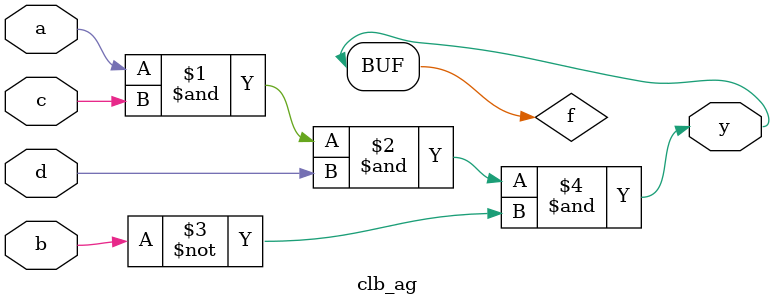
<source format=v>
module clb_ag(
	input a,
	input b,
	input c,
	input d,
	output y
);
	
	wire f;
	assign f = a & c & d & ~b;
	assign y = f;


endmodule

</source>
